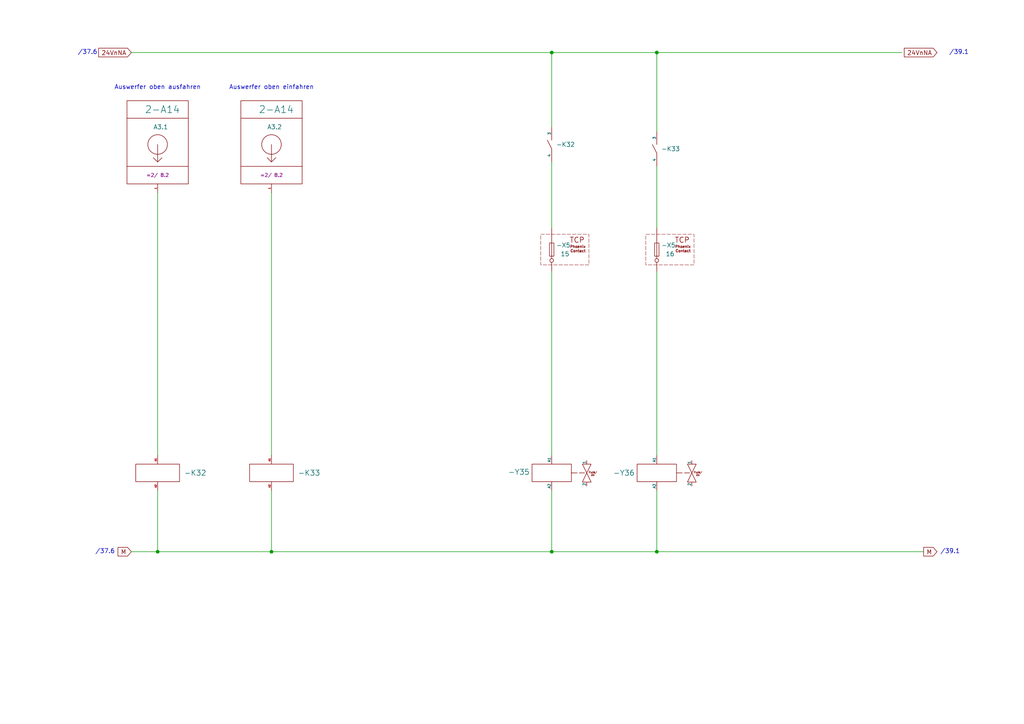
<source format=kicad_sch>
(kicad_sch (version 20250114) (generator "eeschema") (generator_version "9.0")
  (paper "A4")
  (title_block (comment 4 "17"))
  (lib_symbols
    (symbol "TCP_(X)_1" (pin_numbers (hide yes)) (pin_names (offset 0) (hide yes))
      (property "Reference" "-X" (at -9.398 7.366 0))
      (symbol "TCP_(X)_1_0_1"
        (polyline (pts (xy -3.81 -5.334) (xy -3.81 -3.81)))
      )
      (symbol "TCP_(X)_1_1_1"
        (rectangle (start -6.985 4.445) (end 6.985 -4.445) (stroke (width 0.1016) (type dash)))
        (rectangle (start -4.445 1.905) (end -3.175 -1.905))
        (circle (center -3.8101 -3.155) (radius 0.5341))
        (polyline (pts (xy -3.81 5.08) (xy -3.81 -2.54)))
        (text "TCP" (at 3.556 2.794 0) (effects (font (size 1.524 1.524))))
        (text "Phoenix\nContact" (at 6.096 0.254 0) (effects (font (size 0.762 0.762)) (justify right)))
        (pin passive line (at -3.81 6.35 270) (length 1.27) (name "") (number ""))
        (pin passive line (at -3.81 -6.35 90) (length 1.016) (name ".") (number ""))
      )
    )
    (symbol "standart:PLC_OUT_(A)" (on_board no)
      (property "Reference" "-A" (at -6.35 10.16 0))
      (property "Target" "=Gruppe/ Seite.Pfad" (at 0 -8.89 0))
      (symbol "PLC_OUT_(A)_0_1"
        (rectangle (start -8.89 12.7) (end 8.89 -11.43))
        (polyline (pts (xy -8.89 7.62) (xy 8.89 7.62)))
        (polyline (pts (xy -8.89 -6.35) (xy 8.89 -6.35)))
        (polyline (pts (xy 0 0) (xy 0 -5.08) (xy 1.27 -3.81) (xy 0 -5.08) (xy -1.27 -3.81)))
        (circle (center 0 0) (radius 2.8398))
      )
      (symbol "PLC_OUT_(A)_1_1"
        (pin output line (at 0 -13.97 90) (length 2.54) (name "") (number "1"))
      )
    )
    (symbol "standart:Relais_(K)_A1-A2" (pin_names (hide yes))
      (property "Reference" "-K" (at -4.572 5.842 0))
      (symbol "Relais_(K)_A1-A2_0_1"
        (rectangle (start -6.35 2.54) (end 6.35 -2.54))
      )
      (symbol "Relais_(K)_A1-A2_1_1"
        (pin passive line (at 0 5.08 270) (length 2.54) (name "") (number "A1"))
        (pin passive line (at 0 -5.08 90) (length 2.54) (name "") (number "A2"))
      )
    )
    (symbol "standart:Relais_(K)_NO" (pin_numbers (hide yes)) (pin_names (offset 0))
      (property "Reference" "-K" (at -4.318 4.318 0))
      (symbol "Relais_(K)_NO_0_1"
        (polyline (pts (xy 0 1.27) (xy 0 1.27)))
        (polyline (pts (xy 0 -1.27) (xy -1.27 1.27)))
      )
      (symbol "Relais_(K)_NO_1_1"
        (pin passive line (at 0 5.08 270) (length 3.81) (name "3") (number "3"))
        (pin passive line (at 0 -5.08 90) (length 3.81) (name "4") (number "4"))
      )
    )
    (symbol "standart:TCP_(X)" (pin_numbers (hide yes)) (pin_names (offset 0) (hide yes))
      (property "Reference" "-X" (at -9.398 7.366 0))
      (symbol "TCP_(X)_0_1"
        (polyline (pts (xy -3.81 -5.334) (xy -3.81 -3.81)))
      )
      (symbol "TCP_(X)_1_1"
        (rectangle (start -6.985 4.445) (end 6.985 -4.445) (stroke (width 0.1016) (type dash)))
        (rectangle (start -4.445 1.905) (end -3.175 -1.905))
        (circle (center -3.8101 -3.155) (radius 0.5341))
        (polyline (pts (xy -3.81 5.08) (xy -3.81 -2.54)))
        (text "TCP" (at 3.556 2.794 0) (effects (font (size 1.524 1.524))))
        (text "Phoenix\nContact" (at 6.096 0.254 0) (effects (font (size 0.762 0.762)) (justify right)))
        (pin passive line (at -3.81 6.35 270) (length 1.27) (name "") (number ""))
        (pin passive line (at -3.81 -6.35 90) (length 1.016) (name ".") (number ""))
      )
    )
    (symbol "standart:Ventil_(Y)" (pin_numbers (hide yes)) (pin_names (offset 0))
      (property "Reference" "-Y" (at -8.636 4.064 0))
      (symbol "Ventil_(Y)_0_1"
        (rectangle (start -5.715 2.54) (end 5.715 -2.54))
      )
      (symbol "Ventil_(Y)_1_1"
        (polyline (pts (xy 5.715 0) (xy 9.525 0)) (stroke (width 0) (type dash)))
        (polyline (pts (xy 10.16 0) (xy 8.8857 -2.6619) (xy 11.4257 -2.6619) (xy 10.16 0) (xy 8.89 2.54) (xy 11.43 2.54) (xy 10.16 0)))
        (text "Fluid/\nAir" (at 11.938 -0.254 0) (effects (font (size 0.508 0.508))))
        (pin passive line (at 0 5.08 270) (length 2.54) (name "A1") (number "A1"))
        (pin passive line (at 0 -5.08 90) (length 2.54) (name "A2") (number "A2"))
        (pin passive line (at 10.16 3.556 270) (length 1.016) (name "1") (number "1"))
        (pin passive line (at 10.16 -3.81 90) (length 1.016) (name "2") (number "2"))
      )
    )
  )
  (text "Auswerfer oben ausfahren" (at 45.72 25.4 0) (effects (font (size 1.27 1.27))))
  (text "/37.6" (at 25.4 15.24 0) (effects (font (size 1.27 1.27))))
  (text "/39.1" (at 275.59 160.02 0) (effects (font (size 1.27 1.27))))
  (text "Auswerfer oben einfahren" (at 78.74 25.4 0) (effects (font (size 1.27 1.27))))
  (text "/39.1" (at 278.13 15.24 0) (effects (font (size 1.27 1.27))))
  (text "/37.6" (at 30.48 160.02 0) (effects (font (size 1.27 1.27))))
  (junction (at 160.02 15.24))
  (junction (at 190.5 15.24))
  (junction (at 78.74 160.02))
  (junction (at 45.72 160.02))
  (junction (at 160.02 160.02))
  (junction (at 190.5 160.02))
  (wire (pts (xy 45.72 55.88) (xy 45.72 132.08)))
  (wire (pts (xy 160.02 78.74) (xy 160.02 132.08)))
  (wire (pts (xy 160.02 160.02) (xy 190.5 160.02)))
  (wire (pts (xy 78.74 55.88) (xy 78.74 132.08)))
  (wire (pts (xy 160.02 15.24) (xy 160.02 36.83)))
  (wire (pts (xy 38.1 160.02) (xy 45.72 160.02)))
  (wire (pts (xy 38.1 15.24) (xy 160.02 15.24)))
  (wire (pts (xy 78.74 142.24) (xy 78.74 160.02)))
  (wire (pts (xy 190.5 15.24) (xy 190.5 38.1)))
  (wire (pts (xy 190.5 15.24) (xy 261.62 15.24)))
  (wire (pts (xy 45.72 142.24) (xy 45.72 160.02)))
  (wire (pts (xy 160.02 46.99) (xy 160.02 66.04)))
  (wire (pts (xy 190.5 78.74) (xy 190.5 132.08)))
  (wire (pts (xy 160.02 15.24) (xy 190.5 15.24)))
  (wire (pts (xy 190.5 160.02) (xy 267.97 160.02)))
  (wire (pts (xy 78.74 160.02) (xy 160.02 160.02)))
  (wire (pts (xy 190.5 142.24) (xy 190.5 160.02)))
  (wire (pts (xy 45.72 160.02) (xy 78.74 160.02)))
  (wire (pts (xy 190.5 48.26) (xy 190.5 66.04)))
  (wire (pts (xy 160.02 142.24) (xy 160.02 160.02)))
  (global_label "M" (shape input) (at 38.1 160.02 180) (property "Intersheetrefs" "${INTERSHEET_REFS}" (effects (hide yes))))
  (global_label "24VnNA" (shape input) (at 271.78 15.24 180) (property "Intersheetrefs" "${INTERSHEET_REFS}" (effects (hide yes))))
  (global_label "M" (shape input) (at 271.78 160.02 180) (property "Intersheetrefs" "${INTERSHEET_REFS}" (effects (hide yes))))
  (global_label "24VnNA" (shape input) (at 38.1 15.24 180) (property "Intersheetrefs" "${INTERSHEET_REFS}" (effects (hide yes))))
  (symbol (lib_id "standart:Ventil_(Y)") (at 160.02 137.16 0) (unit 1)
    (property "Reference" "-Y35" (at 147.32 136.906 0) (effects (font (size 1.524 1.524)) (justify left)))
    (property "Description" "Elektromagnetisches Ventil für Hydraulik und Pneumatik" (effects (hide yes)))
  )
  (symbol (lib_id "standart:Relais_(K)_NO") (at 160.02 41.91 0) (unit 1)
    (property "Reference" "-K32" (at 161.29 41.9099 0) (effects (justify left)))
  )
  (symbol (lib_id "standart:TCP_(X)") (at 163.83 72.39 0) (unit 1)
    (property "Reference" "-X5" (at 161.29 71.12 0) (effects (justify left)))
    (property "Value" "15" (at 162.56 73.66 0) (effects (justify left)))
  )
  (symbol (lib_id "standart:Relais_(K)_NO") (at 190.5 43.18 0) (unit 1)
    (property "Reference" "-K33" (at 191.77 43.1799 0) (effects (justify left)))
  )
  (symbol (lib_name "TCP_(X)_1") (lib_id "standart:TCP_(X)") (at 194.31 72.39 0) (unit 1)
    (property "Reference" "-X5" (at 191.77 71.12 0) (effects (justify left)))
    (property "Value" "16" (at 193.04 73.66 0) (effects (justify left)))
  )
  (symbol (lib_id "standart:PLC_OUT_(A)") (at 45.72 41.91 0) (unit 1) (on_board no)
    (property "Reference" "2-A14" (at 41.91 31.75 0) (effects (font (size 2.032 2.032)) (justify left)))
    (property "Value" "A3.1" (at 44.45 36.83 0) (effects (justify left)))
    (property "Target" "=2/ 8.2" (at 45.72 50.8 0) (effects (font (size 1.016 1.016))))
  )
  (symbol (lib_id "standart:Ventil_(Y)") (at 190.5 137.16 0) (unit 1)
    (property "Reference" "-Y36" (at 177.8 137.16 0) (effects (font (size 1.524 1.524)) (justify left)))
    (property "Description" "Elektromagnetisches Ventil für Hydraulik und Pneumatik" (effects (hide yes)))
  )
  (symbol (lib_id "standart:PLC_OUT_(A)") (at 78.74 41.91 0) (unit 1) (on_board no)
    (property "Reference" "2-A14" (at 74.93 31.75 0) (effects (font (size 2.032 2.032)) (justify left)))
    (property "Value" "A3.2" (at 77.47 36.83 0) (effects (justify left)))
    (property "Target" "=2/ 8.2" (at 78.74 50.8 0) (effects (font (size 1.016 1.016))))
  )
  (symbol (lib_id "standart:Relais_(K)_A1-A2") (at 45.72 137.16 0) (unit 1)
    (property "Reference" "-K32" (at 53.34 137.1599 0) (effects (font (size 1.524 1.524)) (justify left)))
  )
  (symbol (lib_id "standart:Relais_(K)_A1-A2") (at 78.74 137.16 0) (unit 1)
    (property "Reference" "-K33" (at 86.36 137.1599 0) (effects (font (size 1.524 1.524)) (justify left)))
  )
)
</source>
